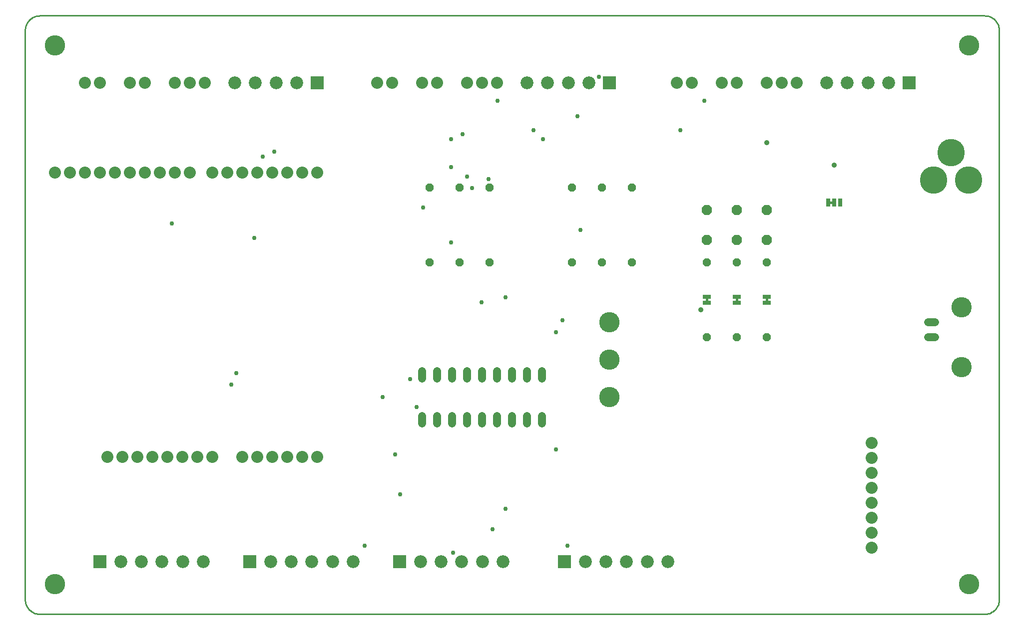
<source format=gts>
G04 EAGLE Gerber RS-274X export*
G75*
%MOIN*%
%FSLAX24Y24*%
%LPD*%
%INTop Soldermask*%
%IPPOS*%
%AMOC8*
5,1,8,0,0,1.08239X$1,22.5*%
G01*
%ADD10C,0.080000*%
%ADD11R,0.086000X0.086000*%
%ADD12C,0.086000*%
%ADD13C,0.183000*%
%ADD14P,0.058449X8X112.500000*%
%ADD15P,0.058449X8X292.500000*%
%ADD16R,0.031000X0.056000*%
%ADD17C,0.136000*%
%ADD18C,0.053496*%
%ADD19C,0.135921*%
%ADD20C,0.054000*%
%ADD21R,0.056000X0.031000*%
%ADD22P,0.074685X8X112.500000*%
%ADD23C,0.030000*%
%ADD24C,0.035780*%
%ADD25C,0.010000*%

G36*
X53878Y27426D02*
X53878Y27426D01*
X53881Y27426D01*
X53882Y27427D01*
X53884Y27427D01*
X53886Y27429D01*
X53889Y27430D01*
X53890Y27431D01*
X53891Y27432D01*
X53893Y27434D01*
X53895Y27436D01*
X53895Y27437D01*
X53896Y27439D01*
X53897Y27441D01*
X53898Y27444D01*
X53899Y27446D01*
X53899Y27447D01*
X53899Y27448D01*
X53899Y27450D01*
X53899Y27550D01*
X53899Y27553D01*
X53899Y27556D01*
X53898Y27557D01*
X53898Y27559D01*
X53896Y27561D01*
X53895Y27564D01*
X53894Y27565D01*
X53893Y27566D01*
X53891Y27568D01*
X53889Y27570D01*
X53888Y27570D01*
X53886Y27571D01*
X53884Y27572D01*
X53881Y27573D01*
X53879Y27574D01*
X53878Y27574D01*
X53877Y27574D01*
X53875Y27574D01*
X53725Y27574D01*
X53722Y27574D01*
X53719Y27574D01*
X53718Y27573D01*
X53716Y27573D01*
X53714Y27571D01*
X53711Y27570D01*
X53710Y27569D01*
X53709Y27568D01*
X53707Y27566D01*
X53705Y27564D01*
X53705Y27563D01*
X53704Y27561D01*
X53703Y27559D01*
X53702Y27556D01*
X53701Y27554D01*
X53701Y27553D01*
X53701Y27552D01*
X53701Y27550D01*
X53701Y27450D01*
X53701Y27447D01*
X53701Y27444D01*
X53702Y27443D01*
X53702Y27441D01*
X53704Y27439D01*
X53705Y27436D01*
X53706Y27435D01*
X53707Y27434D01*
X53709Y27432D01*
X53711Y27430D01*
X53712Y27430D01*
X53714Y27429D01*
X53716Y27428D01*
X53719Y27427D01*
X53721Y27426D01*
X53722Y27426D01*
X53723Y27426D01*
X53725Y27426D01*
X53875Y27426D01*
X53878Y27426D01*
G37*
G36*
X45553Y20901D02*
X45553Y20901D01*
X45556Y20901D01*
X45557Y20902D01*
X45559Y20902D01*
X45561Y20904D01*
X45564Y20905D01*
X45565Y20906D01*
X45566Y20907D01*
X45568Y20909D01*
X45570Y20911D01*
X45570Y20912D01*
X45571Y20914D01*
X45572Y20916D01*
X45573Y20919D01*
X45574Y20921D01*
X45574Y20922D01*
X45574Y20923D01*
X45574Y20925D01*
X45574Y21075D01*
X45574Y21078D01*
X45574Y21081D01*
X45573Y21082D01*
X45573Y21084D01*
X45571Y21086D01*
X45570Y21089D01*
X45569Y21090D01*
X45568Y21091D01*
X45566Y21093D01*
X45564Y21095D01*
X45563Y21095D01*
X45561Y21096D01*
X45559Y21097D01*
X45556Y21098D01*
X45554Y21099D01*
X45553Y21099D01*
X45552Y21099D01*
X45550Y21099D01*
X45450Y21099D01*
X45447Y21099D01*
X45444Y21099D01*
X45443Y21098D01*
X45441Y21098D01*
X45439Y21096D01*
X45436Y21095D01*
X45435Y21094D01*
X45434Y21093D01*
X45432Y21091D01*
X45430Y21089D01*
X45430Y21088D01*
X45429Y21086D01*
X45428Y21084D01*
X45427Y21081D01*
X45426Y21079D01*
X45426Y21078D01*
X45426Y21077D01*
X45426Y21075D01*
X45426Y20925D01*
X45426Y20922D01*
X45426Y20919D01*
X45427Y20918D01*
X45427Y20916D01*
X45429Y20914D01*
X45430Y20911D01*
X45431Y20910D01*
X45432Y20909D01*
X45434Y20907D01*
X45436Y20905D01*
X45437Y20905D01*
X45439Y20904D01*
X45441Y20903D01*
X45444Y20902D01*
X45446Y20901D01*
X45447Y20901D01*
X45448Y20901D01*
X45450Y20901D01*
X45550Y20901D01*
X45553Y20901D01*
G37*
G36*
X49553Y20901D02*
X49553Y20901D01*
X49556Y20901D01*
X49557Y20902D01*
X49559Y20902D01*
X49561Y20904D01*
X49564Y20905D01*
X49565Y20906D01*
X49566Y20907D01*
X49568Y20909D01*
X49570Y20911D01*
X49570Y20912D01*
X49571Y20914D01*
X49572Y20916D01*
X49573Y20919D01*
X49574Y20921D01*
X49574Y20922D01*
X49574Y20923D01*
X49574Y20925D01*
X49574Y21075D01*
X49574Y21078D01*
X49574Y21081D01*
X49573Y21082D01*
X49573Y21084D01*
X49571Y21086D01*
X49570Y21089D01*
X49569Y21090D01*
X49568Y21091D01*
X49566Y21093D01*
X49564Y21095D01*
X49563Y21095D01*
X49561Y21096D01*
X49559Y21097D01*
X49556Y21098D01*
X49554Y21099D01*
X49553Y21099D01*
X49552Y21099D01*
X49550Y21099D01*
X49450Y21099D01*
X49447Y21099D01*
X49444Y21099D01*
X49443Y21098D01*
X49441Y21098D01*
X49439Y21096D01*
X49436Y21095D01*
X49435Y21094D01*
X49434Y21093D01*
X49432Y21091D01*
X49430Y21089D01*
X49430Y21088D01*
X49429Y21086D01*
X49428Y21084D01*
X49427Y21081D01*
X49426Y21079D01*
X49426Y21078D01*
X49426Y21077D01*
X49426Y21075D01*
X49426Y20925D01*
X49426Y20922D01*
X49426Y20919D01*
X49427Y20918D01*
X49427Y20916D01*
X49429Y20914D01*
X49430Y20911D01*
X49431Y20910D01*
X49432Y20909D01*
X49434Y20907D01*
X49436Y20905D01*
X49437Y20905D01*
X49439Y20904D01*
X49441Y20903D01*
X49444Y20902D01*
X49446Y20901D01*
X49447Y20901D01*
X49448Y20901D01*
X49450Y20901D01*
X49550Y20901D01*
X49553Y20901D01*
G37*
G36*
X47553Y20901D02*
X47553Y20901D01*
X47556Y20901D01*
X47557Y20902D01*
X47559Y20902D01*
X47561Y20904D01*
X47564Y20905D01*
X47565Y20906D01*
X47566Y20907D01*
X47568Y20909D01*
X47570Y20911D01*
X47570Y20912D01*
X47571Y20914D01*
X47572Y20916D01*
X47573Y20919D01*
X47574Y20921D01*
X47574Y20922D01*
X47574Y20923D01*
X47574Y20925D01*
X47574Y21075D01*
X47574Y21078D01*
X47574Y21081D01*
X47573Y21082D01*
X47573Y21084D01*
X47571Y21086D01*
X47570Y21089D01*
X47569Y21090D01*
X47568Y21091D01*
X47566Y21093D01*
X47564Y21095D01*
X47563Y21095D01*
X47561Y21096D01*
X47559Y21097D01*
X47556Y21098D01*
X47554Y21099D01*
X47553Y21099D01*
X47552Y21099D01*
X47550Y21099D01*
X47450Y21099D01*
X47447Y21099D01*
X47444Y21099D01*
X47443Y21098D01*
X47441Y21098D01*
X47439Y21096D01*
X47436Y21095D01*
X47435Y21094D01*
X47434Y21093D01*
X47432Y21091D01*
X47430Y21089D01*
X47430Y21088D01*
X47429Y21086D01*
X47428Y21084D01*
X47427Y21081D01*
X47426Y21079D01*
X47426Y21078D01*
X47426Y21077D01*
X47426Y21075D01*
X47426Y20925D01*
X47426Y20922D01*
X47426Y20919D01*
X47427Y20918D01*
X47427Y20916D01*
X47429Y20914D01*
X47430Y20911D01*
X47431Y20910D01*
X47432Y20909D01*
X47434Y20907D01*
X47436Y20905D01*
X47437Y20905D01*
X47439Y20904D01*
X47441Y20903D01*
X47444Y20902D01*
X47446Y20901D01*
X47447Y20901D01*
X47448Y20901D01*
X47450Y20901D01*
X47550Y20901D01*
X47553Y20901D01*
G37*
D10*
X7500Y10500D03*
X8500Y10500D03*
X9500Y10500D03*
X10500Y10500D03*
X11500Y10500D03*
X12500Y10500D03*
X14500Y10500D03*
X15500Y10500D03*
X16500Y10500D03*
X17500Y10500D03*
X18500Y10500D03*
X19500Y10500D03*
X19500Y29500D03*
X18500Y29500D03*
X17500Y29500D03*
X16500Y29500D03*
X15500Y29500D03*
X14500Y29500D03*
X13500Y29500D03*
X12500Y29500D03*
X11000Y29500D03*
X10000Y29500D03*
X9000Y29500D03*
X8000Y29500D03*
X7000Y29500D03*
X6000Y29500D03*
X5000Y29500D03*
X4000Y29500D03*
X3000Y29500D03*
X2000Y29500D03*
X6500Y10500D03*
X5500Y10500D03*
D11*
X59000Y35500D03*
D12*
X57622Y35500D03*
X56244Y35500D03*
X54866Y35500D03*
X53488Y35500D03*
D10*
X44500Y35500D03*
X43500Y35500D03*
D11*
X19500Y35500D03*
D12*
X18122Y35500D03*
X16744Y35500D03*
X15366Y35500D03*
X13988Y35500D03*
D10*
X12000Y35500D03*
X11000Y35500D03*
X10000Y35500D03*
X56500Y11450D03*
X56500Y10450D03*
X56500Y9450D03*
X56500Y8450D03*
X56500Y7450D03*
X56500Y6450D03*
X56500Y5450D03*
X56500Y4450D03*
D13*
X60606Y29000D03*
X62969Y29000D03*
X61787Y30850D03*
D10*
X8000Y35500D03*
X7000Y35500D03*
D11*
X5000Y3500D03*
D12*
X6378Y3500D03*
X7756Y3500D03*
X9134Y3500D03*
X10512Y3500D03*
X11890Y3500D03*
D10*
X5000Y35500D03*
X4000Y35500D03*
D11*
X36000Y3500D03*
D12*
X37378Y3500D03*
X38756Y3500D03*
X40134Y3500D03*
X41512Y3500D03*
X42890Y3500D03*
D11*
X39000Y35500D03*
D12*
X37622Y35500D03*
X36244Y35500D03*
X34866Y35500D03*
X33488Y35500D03*
D10*
X31500Y35500D03*
X30500Y35500D03*
X29500Y35500D03*
X51500Y35500D03*
X50500Y35500D03*
X49500Y35500D03*
X27500Y35500D03*
X26500Y35500D03*
X24500Y35500D03*
X23500Y35500D03*
X47500Y35500D03*
X46500Y35500D03*
D11*
X15000Y3500D03*
D12*
X16378Y3500D03*
X17756Y3500D03*
X19134Y3500D03*
X20512Y3500D03*
X21890Y3500D03*
D11*
X25000Y3500D03*
D12*
X26378Y3500D03*
X27756Y3500D03*
X29134Y3500D03*
X30512Y3500D03*
X31890Y3500D03*
D14*
X40500Y23500D03*
X40500Y28500D03*
X38500Y23500D03*
X38500Y28500D03*
D15*
X27000Y28500D03*
X27000Y23500D03*
X29000Y28500D03*
X29000Y23500D03*
D14*
X36500Y23500D03*
X36500Y28500D03*
D15*
X31000Y28500D03*
X31000Y23500D03*
D16*
X54400Y27500D03*
X54000Y27500D03*
X53600Y27500D03*
D17*
X39000Y14500D03*
X39000Y17000D03*
X39000Y19500D03*
X2000Y38000D03*
X63000Y2000D03*
X63000Y38000D03*
X2000Y2000D03*
D18*
X60263Y19500D02*
X60737Y19500D01*
X60737Y18500D02*
X60263Y18500D01*
D19*
X62500Y20500D03*
X62500Y16500D03*
D20*
X26500Y13240D02*
X26500Y12760D01*
X27500Y12760D02*
X27500Y13240D01*
X28500Y13240D02*
X28500Y12760D01*
X29500Y12760D02*
X29500Y13240D01*
X30500Y13240D02*
X30500Y12760D01*
X31500Y12760D02*
X31500Y13240D01*
X32500Y13240D02*
X32500Y12760D01*
X33500Y12760D02*
X33500Y13240D01*
X34500Y13240D02*
X34500Y12760D01*
X34500Y15760D02*
X34500Y16240D01*
X33500Y16240D02*
X33500Y15760D01*
X32500Y15760D02*
X32500Y16240D01*
X31500Y16240D02*
X31500Y15760D01*
X30500Y15760D02*
X30500Y16240D01*
X29500Y16240D02*
X29500Y15760D01*
X28500Y15760D02*
X28500Y16240D01*
X27500Y16240D02*
X27500Y15760D01*
X26500Y15760D02*
X26500Y16240D01*
D21*
X47500Y21200D03*
X47500Y20800D03*
X49500Y21200D03*
X49500Y20800D03*
X45500Y21200D03*
X45500Y20800D03*
D15*
X47500Y23500D03*
X47500Y18500D03*
X49500Y23500D03*
X49500Y18500D03*
X45500Y23500D03*
X45500Y18500D03*
D22*
X45500Y25000D03*
X45500Y27000D03*
X47500Y25000D03*
X47500Y27000D03*
X49500Y25000D03*
X49500Y27000D03*
D23*
X43725Y32340D03*
X33935Y32340D03*
X29205Y32065D03*
X16610Y30910D03*
X14080Y16115D03*
X37070Y25685D03*
X30910Y29095D03*
X29480Y29260D03*
X25685Y15730D03*
X30470Y20845D03*
X23870Y14520D03*
X13750Y15345D03*
X35855Y19655D03*
X24695Y10670D03*
X35420Y18855D03*
X26125Y13860D03*
X25025Y8030D03*
X9790Y26125D03*
X35420Y11000D03*
X28545Y4125D03*
X15290Y25135D03*
X31185Y5665D03*
X32065Y7040D03*
X36190Y4565D03*
X22660Y4565D03*
X32065Y21175D03*
X45320Y34320D03*
X28435Y24860D03*
X36850Y33275D03*
X34540Y31735D03*
X28435Y31735D03*
X26565Y27170D03*
X38280Y35915D03*
D24*
X49500Y31500D03*
X54000Y30000D03*
D23*
X29810Y28490D03*
X28435Y29865D03*
X15840Y30580D03*
X31515Y34320D03*
D24*
X45100Y20350D03*
D25*
X0Y1000D02*
X4Y913D01*
X15Y826D01*
X34Y741D01*
X60Y658D01*
X94Y577D01*
X134Y500D01*
X181Y426D01*
X234Y357D01*
X293Y293D01*
X357Y234D01*
X426Y181D01*
X500Y134D01*
X577Y94D01*
X658Y60D01*
X741Y34D01*
X826Y15D01*
X913Y4D01*
X1000Y0D01*
X64000Y0D01*
X64087Y4D01*
X64174Y15D01*
X64259Y34D01*
X64342Y60D01*
X64423Y94D01*
X64500Y134D01*
X64574Y181D01*
X64643Y234D01*
X64707Y293D01*
X64766Y357D01*
X64819Y426D01*
X64866Y500D01*
X64906Y577D01*
X64940Y658D01*
X64966Y741D01*
X64985Y826D01*
X64996Y913D01*
X65000Y1000D01*
X65000Y39000D01*
X64996Y39087D01*
X64985Y39174D01*
X64966Y39259D01*
X64940Y39342D01*
X64906Y39423D01*
X64866Y39500D01*
X64819Y39574D01*
X64766Y39643D01*
X64707Y39707D01*
X64643Y39766D01*
X64574Y39819D01*
X64500Y39866D01*
X64423Y39906D01*
X64342Y39940D01*
X64259Y39966D01*
X64174Y39985D01*
X64087Y39996D01*
X64000Y40000D01*
X1000Y40000D01*
X913Y39996D01*
X826Y39985D01*
X741Y39966D01*
X658Y39940D01*
X577Y39906D01*
X500Y39866D01*
X426Y39819D01*
X357Y39766D01*
X293Y39707D01*
X234Y39643D01*
X181Y39574D01*
X134Y39500D01*
X94Y39423D01*
X60Y39342D01*
X34Y39259D01*
X15Y39174D01*
X4Y39087D01*
X0Y39000D01*
X0Y1000D01*
M02*

</source>
